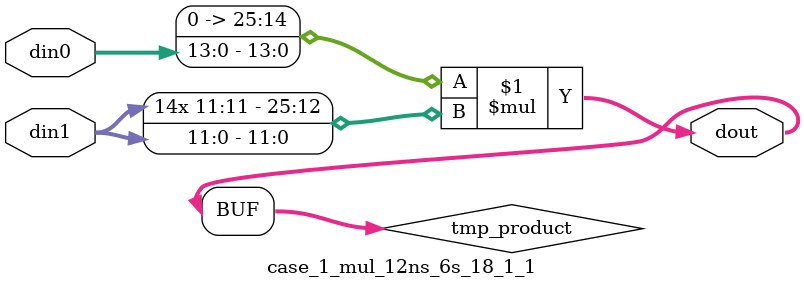
<source format=v>

`timescale 1 ns / 1 ps

 (* use_dsp = "no" *)  module case_1_mul_12ns_6s_18_1_1(din0, din1, dout);
parameter ID = 1;
parameter NUM_STAGE = 0;
parameter din0_WIDTH = 14;
parameter din1_WIDTH = 12;
parameter dout_WIDTH = 26;

input [din0_WIDTH - 1 : 0] din0; 
input [din1_WIDTH - 1 : 0] din1; 
output [dout_WIDTH - 1 : 0] dout;

wire signed [dout_WIDTH - 1 : 0] tmp_product;

























assign tmp_product = $signed({1'b0, din0}) * $signed(din1);










assign dout = tmp_product;





















endmodule

</source>
